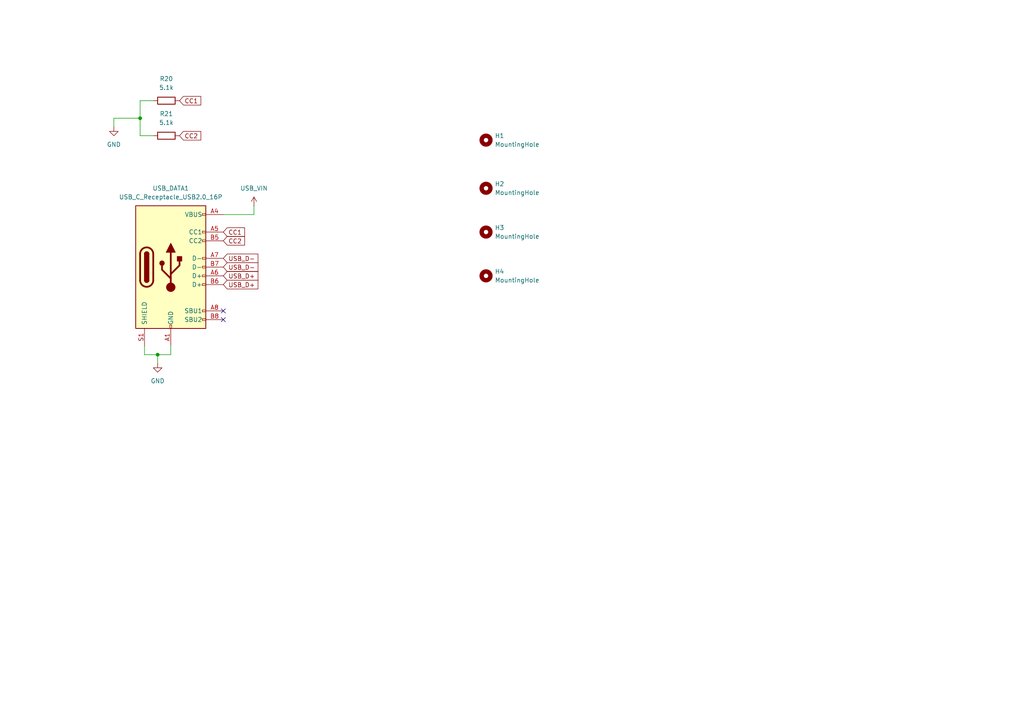
<source format=kicad_sch>
(kicad_sch (version 20231120) (generator "eeschema") (generator_version "8.0")
  (paper "A4")
  (lib_symbols
    (symbol "Connector:USB_C_Receptacle_USB2.0_16P" (pin_names (offset 1.016))
      (property "Reference" "J" (at 0 22.225 0))
      (property "Value" "USB_C_Receptacle_USB2.0_16P" (at 0 19.685 0))
      (symbol "USB_C_Receptacle_USB2.0_16P_0_0"
        (rectangle (start -0.254 -17.78) (end 0.254 -16.764))
        (rectangle (start 10.16 -14.986) (end 9.144 -15.494))
        (rectangle (start 10.16 -12.446) (end 9.144 -12.954))
        (rectangle (start 10.16 -4.826) (end 9.144 -5.334))
        (rectangle (start 10.16 -2.286) (end 9.144 -2.794))
        (rectangle (start 10.16 0.254) (end 9.144 -0.254))
        (rectangle (start 10.16 2.794) (end 9.144 2.286))
        (rectangle (start 10.16 7.874) (end 9.144 7.366))
        (rectangle (start 10.16 10.414) (end 9.144 9.906))
        (rectangle (start 10.16 15.494) (end 9.144 14.986))
      )
      (symbol "USB_C_Receptacle_USB2.0_16P_0_1"
        (rectangle (start -10.16 17.78) (end 10.16 -17.78) (stroke (width 0.254)) (fill (type background)))
        (arc (start -8.89 -3.81) (mid -6.985 -5.7067) (end -5.08 -3.81) (stroke (width 0.508)))
        (arc (start -7.62 -3.81) (mid -6.985 -4.4423) (end -6.35 -3.81) (stroke (width 0.254)))
        (arc (start -7.62 -3.81) (mid -6.985 -4.4423) (end -6.35 -3.81) (stroke (width 0.254)) (fill (type outline)))
        (rectangle (start -7.62 -3.81) (end -6.35 3.81) (stroke (width 0.254)) (fill (type outline)))
        (arc (start -6.35 3.81) (mid -6.985 4.4423) (end -7.62 3.81) (stroke (width 0.254)))
        (arc (start -6.35 3.81) (mid -6.985 4.4423) (end -7.62 3.81) (stroke (width 0.254)) (fill (type outline)))
        (arc (start -5.08 3.81) (mid -6.985 5.7067) (end -8.89 3.81) (stroke (width 0.508)))
        (circle (center -2.54 1.143) (radius 0.635) (stroke (width 0.254)) (fill (type outline)))
        (circle (center 0 -5.842) (radius 1.27) (fill (type outline)))
        (polyline (pts (xy -8.89 -3.81) (xy -8.89 3.81)) (stroke (width 0.508)))
        (polyline (pts (xy -5.08 3.81) (xy -5.08 -3.81)) (stroke (width 0.508)))
        (polyline (pts (xy 0 -5.842) (xy 0 4.318)) (stroke (width 0.508)))
        (polyline (pts (xy 0 -3.302) (xy -2.54 -0.762) (xy -2.54 0.508)) (stroke (width 0.508)))
        (polyline (pts (xy 0 -2.032) (xy 2.54 0.508) (xy 2.54 1.778)) (stroke (width 0.508)))
        (polyline (pts (xy -1.27 4.318) (xy 0 6.858) (xy 1.27 4.318) (xy -1.27 4.318)) (stroke (width 0.254)) (fill (type outline)))
        (rectangle (start 1.905 1.778) (end 3.175 3.048) (stroke (width 0.254)) (fill (type outline)))
      )
      (symbol "USB_C_Receptacle_USB2.0_16P_1_1"
        (pin passive line (at 0 -22.86 90) (length 5.08) (name "GND") (number "A1"))
        (pin passive line (at 0 -22.86 90) (length 5.08) hide (name "GND") (number "A12"))
        (pin passive line (at 15.24 15.24 180) (length 5.08) (name "VBUS") (number "A4"))
        (pin bidirectional line (at 15.24 10.16 180) (length 5.08) (name "CC1") (number "A5"))
        (pin bidirectional line (at 15.24 -2.54 180) (length 5.08) (name "D+") (number "A6"))
        (pin bidirectional line (at 15.24 2.54 180) (length 5.08) (name "D-") (number "A7"))
        (pin bidirectional line (at 15.24 -12.7 180) (length 5.08) (name "SBU1") (number "A8"))
        (pin passive line (at 15.24 15.24 180) (length 5.08) hide (name "VBUS") (number "A9"))
        (pin passive line (at 0 -22.86 90) (length 5.08) hide (name "GND") (number "B1"))
        (pin passive line (at 0 -22.86 90) (length 5.08) hide (name "GND") (number "B12"))
        (pin passive line (at 15.24 15.24 180) (length 5.08) hide (name "VBUS") (number "B4"))
        (pin bidirectional line (at 15.24 7.62 180) (length 5.08) (name "CC2") (number "B5"))
        (pin bidirectional line (at 15.24 -5.08 180) (length 5.08) (name "D+") (number "B6"))
        (pin bidirectional line (at 15.24 0 180) (length 5.08) (name "D-") (number "B7"))
        (pin bidirectional line (at 15.24 -15.24 180) (length 5.08) (name "SBU2") (number "B8"))
        (pin passive line (at 15.24 15.24 180) (length 5.08) hide (name "VBUS") (number "B9"))
        (pin passive line (at -7.62 -22.86 90) (length 5.08) (name "SHIELD") (number "S1"))
      )
    )
    (symbol "Device:R" (pin_numbers hide) (pin_names (offset 0))
      (property "Reference" "R" (at 2.032 0 90))
      (property "Value" "R" (at 0 0 90))
      (symbol "R_0_1"
        (rectangle (start -1.016 -2.54) (end 1.016 2.54) (stroke (width 0.254)))
      )
      (symbol "R_1_1"
        (pin passive line (at 0 3.81 270) (length 1.27) (name "~") (number "1"))
        (pin passive line (at 0 -3.81 90) (length 1.27) (name "~") (number "2"))
      )
    )
    (symbol "Mechanical:MountingHole" (pin_names (offset 1.016)) (exclude_from_sim yes) (in_bom no)
      (property "Reference" "H" (at 0 5.08 0))
      (property "Value" "MountingHole" (at 0 3.175 0))
      (symbol "MountingHole_0_1"
        (circle (center 0 0) (radius 1.27) (stroke (width 1.27)))
      )
    )
    (symbol "power:GND" (power) (pin_numbers hide) (pin_names (offset 0) hide)
      (property "Value" "GND" (at 0 -3.81 0))
      (symbol "GND_0_1"
        (polyline (pts (xy 0 0) (xy 0 -1.27) (xy 1.27 -1.27) (xy 0 -2.54) (xy -1.27 -1.27) (xy 0 -1.27)))
      )
      (symbol "GND_1_1"
        (pin power_in line (at 0 0 270) (length 0) (name "~") (number "1"))
      )
    )
    (symbol "power:VCC" (power) (pin_numbers hide) (pin_names (offset 0) hide)
      (property "Value" "VCC" (at 0 3.556 0))
      (symbol "VCC_0_1"
        (polyline (pts (xy -0.762 1.27) (xy 0 2.54)))
        (polyline (pts (xy 0 0) (xy 0 2.54)))
        (polyline (pts (xy 0 2.54) (xy 0.762 1.27)))
      )
      (symbol "VCC_1_1"
        (pin power_in line (at 0 0 90) (length 0) (name "~") (number "1"))
      )
    )
  )
  (junction (at 40.64 34.29))
  (junction (at 45.72 102.87))
  (no_connect (at 64.77 92.71))
  (no_connect (at 64.77 90.17))
  (wire (pts (xy 64.77 62.23) (xy 73.66 62.23)))
  (wire (pts (xy 40.64 39.37) (xy 44.45 39.37)))
  (wire (pts (xy 73.66 62.23) (xy 73.66 59.69)))
  (wire (pts (xy 49.53 102.87) (xy 45.72 102.87)))
  (wire (pts (xy 41.91 102.87) (xy 41.91 100.33)))
  (wire (pts (xy 40.64 29.21) (xy 40.64 34.29)))
  (wire (pts (xy 45.72 102.87) (xy 41.91 102.87)))
  (wire (pts (xy 44.45 29.21) (xy 40.64 29.21)))
  (wire (pts (xy 33.02 34.29) (xy 33.02 36.83)))
  (wire (pts (xy 45.72 102.87) (xy 45.72 105.41)))
  (wire (pts (xy 40.64 34.29) (xy 33.02 34.29)))
  (wire (pts (xy 40.64 34.29) (xy 40.64 39.37)))
  (wire (pts (xy 49.53 100.33) (xy 49.53 102.87)))
  (text "USB PROGRAMMING:\nDONE\n" (at 9.652 -3.048 0) (effects (font (size 1.27 1.27))))
  (global_label "CC2" (shape input) (at 52.07 39.37 0) (property "Intersheetrefs" "${INTERSHEET_REFS}" (effects (hide yes))))
  (global_label "USB_D+" (shape input) (at 64.77 80.01 0) (property "Intersheetrefs" "${INTERSHEET_REFS}" (effects (hide yes))))
  (global_label "CC2" (shape input) (at 64.77 69.85 0) (property "Intersheetrefs" "${INTERSHEET_REFS}" (effects (hide yes))))
  (global_label "USB_D+" (shape input) (at 64.77 82.55 0) (property "Intersheetrefs" "${INTERSHEET_REFS}" (effects (hide yes))))
  (global_label "USB_D-" (shape input) (at 64.77 77.47 0) (property "Intersheetrefs" "${INTERSHEET_REFS}" (effects (hide yes))))
  (global_label "CC1" (shape input) (at 64.77 67.31 0) (property "Intersheetrefs" "${INTERSHEET_REFS}" (effects (hide yes))))
  (global_label "CC1" (shape input) (at 52.07 29.21 0) (property "Intersheetrefs" "${INTERSHEET_REFS}" (effects (hide yes))))
  (global_label "USB_D-" (shape input) (at 64.77 74.93 0) (property "Intersheetrefs" "${INTERSHEET_REFS}" (effects (hide yes))))
  (symbol (lib_id "Device:R") (at 48.26 29.21 90) (unit 1)
    (property "Reference" "R20" (at 48.26 22.86 90))
    (property "Value" "5.1k" (at 48.26 25.4 90))
    (property "Footprint" "Resistor_SMD:R_0201_0603Metric" (effects (hide yes)))
    (property "Description" "Resistor" (effects (hide yes)))
  )
  (symbol (lib_id "Mechanical:MountingHole") (at 140.97 80.01 0) (unit 1) (exclude_from_sim yes) (in_bom no)
    (property "Reference" "H4" (at 143.51 78.7399 0) (effects (justify left)))
    (property "Value" "MountingHole" (at 143.51 81.2799 0) (effects (justify left)))
    (property "Footprint" "MountingHole:MountingHole_2.2mm_M2" (effects (hide yes)))
    (property "Description" "Mounting Hole without connection" (effects (hide yes)))
  )
  (symbol (lib_id "Mechanical:MountingHole") (at 140.97 67.31 0) (unit 1) (exclude_from_sim yes) (in_bom no)
    (property "Reference" "H3" (at 143.51 66.0399 0) (effects (justify left)))
    (property "Value" "MountingHole" (at 143.51 68.5799 0) (effects (justify left)))
    (property "Footprint" "MountingHole:MountingHole_2.2mm_M2" (effects (hide yes)))
    (property "Description" "Mounting Hole without connection" (effects (hide yes)))
  )
  (symbol (lib_id "power:VCC") (at 73.66 59.69 0) (unit 1)
    (property "Reference" "#PWR074" (effects (hide yes)))
    (property "Value" "USB_VIN" (at 73.66 54.61 0))
    (property "Description" "Power symbol creates a global label with name \"VCC\"" (effects (hide yes)))
  )
  (symbol (lib_id "Mechanical:MountingHole") (at 140.97 40.64 0) (unit 1) (exclude_from_sim yes) (in_bom no)
    (property "Reference" "H1" (at 143.51 39.3699 0) (effects (justify left)))
    (property "Value" "MountingHole" (at 143.51 41.9099 0) (effects (justify left)))
    (property "Footprint" "MountingHole:MountingHole_2.2mm_M2" (effects (hide yes)))
    (property "Description" "Mounting Hole without connection" (effects (hide yes)))
  )
  (symbol (lib_id "Mechanical:MountingHole") (at 140.97 54.61 0) (unit 1) (exclude_from_sim yes) (in_bom no)
    (property "Reference" "H2" (at 143.51 53.3399 0) (effects (justify left)))
    (property "Value" "MountingHole" (at 143.51 55.8799 0) (effects (justify left)))
    (property "Footprint" "MountingHole:MountingHole_2.2mm_M2" (effects (hide yes)))
    (property "Description" "Mounting Hole without connection" (effects (hide yes)))
  )
  (symbol (lib_id "power:GND") (at 45.72 105.41 0) (unit 1)
    (property "Reference" "#PWR072" (effects (hide yes)))
    (property "Value" "GND" (at 45.72 110.49 0))
    (property "Description" "Power symbol creates a global label with name \"GND\" , ground" (effects (hide yes)))
  )
  (symbol (lib_id "Connector:USB_C_Receptacle_USB2.0_16P") (at 49.53 77.47 0) (unit 1)
    (property "Reference" "USB_DATA1" (at 49.53 54.61 0))
    (property "Value" "USB_C_Receptacle_USB2.0_16P" (at 49.53 57.15 0))
    (property "Footprint" "Connector_USB:USB_C_Receptacle_GCT_USB4105-xx-A_16P_TopMnt_Horizontal" (effects (hide yes)))
    (property "Datasheet" "https://www.usb.org/sites/default/files/documents/usb_type-c.zip" (effects (hide yes)))
    (property "Description" "USB 2.0-only 16P Type-C Receptacle connector" (effects (hide yes)))
  )
  (symbol (lib_id "Device:R") (at 48.26 39.37 90) (unit 1)
    (property "Reference" "R21" (at 48.26 33.02 90))
    (property "Value" "5.1k" (at 48.26 35.56 90))
    (property "Footprint" "Resistor_SMD:R_0201_0603Metric" (effects (hide yes)))
    (property "Description" "Resistor" (effects (hide yes)))
  )
  (symbol (lib_id "power:GND") (at 33.02 36.83 0) (unit 1)
    (property "Reference" "#PWR075" (effects (hide yes)))
    (property "Value" "GND" (at 33.02 41.91 0))
    (property "Description" "Power symbol creates a global label with name \"GND\" , ground" (effects (hide yes)))
  )
)
</source>
